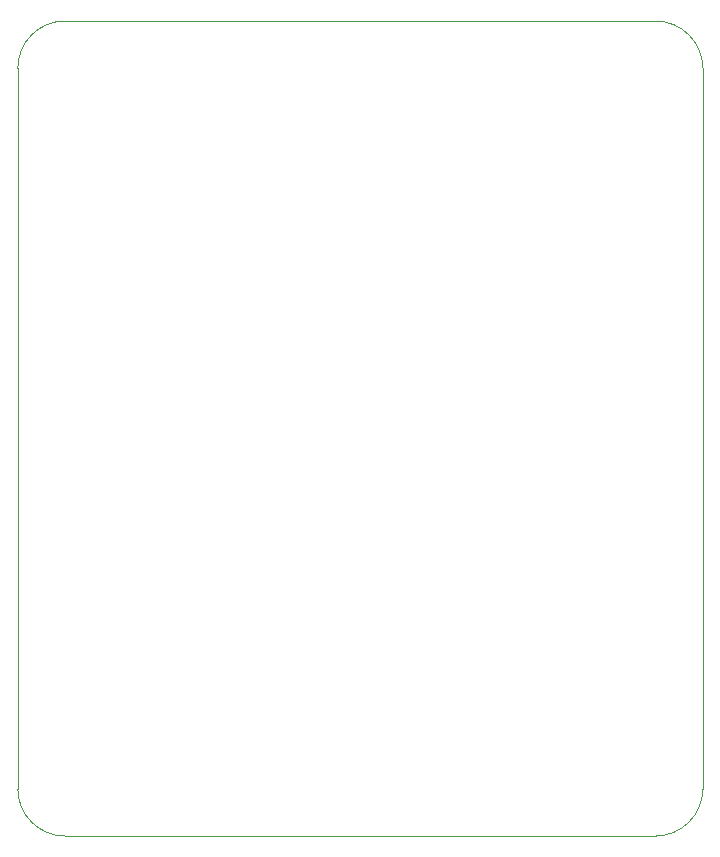
<source format=gbr>
G04 #@! TF.FileFunction,Profile,NP*
%FSLAX46Y46*%
G04 Gerber Fmt 4.6, Leading zero omitted, Abs format (unit mm)*
G04 Created by KiCad (PCBNEW 4.0.2-stable) date 4/25/2016 1:55:35 PM*
%MOMM*%
G01*
G04 APERTURE LIST*
%ADD10C,0.100000*%
G04 APERTURE END LIST*
D10*
X60030509Y-143969491D02*
X60030509Y-82969491D01*
X114030509Y-147969491D02*
X64030509Y-147969491D01*
X118030509Y-82969491D02*
X118030509Y-143969491D01*
X64030509Y-78969491D02*
X114030509Y-78969491D01*
X64030509Y-78969491D02*
G75*
G03X60030509Y-82969491I0J-4000000D01*
G01*
X60030509Y-143969491D02*
G75*
G03X64030509Y-147969491I4000000J0D01*
G01*
X114030509Y-147969491D02*
G75*
G03X118030509Y-143969491I0J4000000D01*
G01*
X118030509Y-82969491D02*
G75*
G03X114030509Y-78969491I-4000000J0D01*
G01*
M02*

</source>
